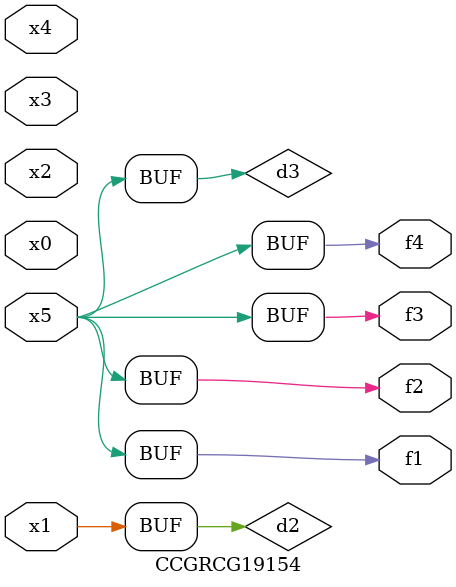
<source format=v>
module CCGRCG19154(
	input x0, x1, x2, x3, x4, x5,
	output f1, f2, f3, f4
);

	wire d1, d2, d3;

	not (d1, x5);
	or (d2, x1);
	xnor (d3, d1);
	assign f1 = d3;
	assign f2 = d3;
	assign f3 = d3;
	assign f4 = d3;
endmodule

</source>
